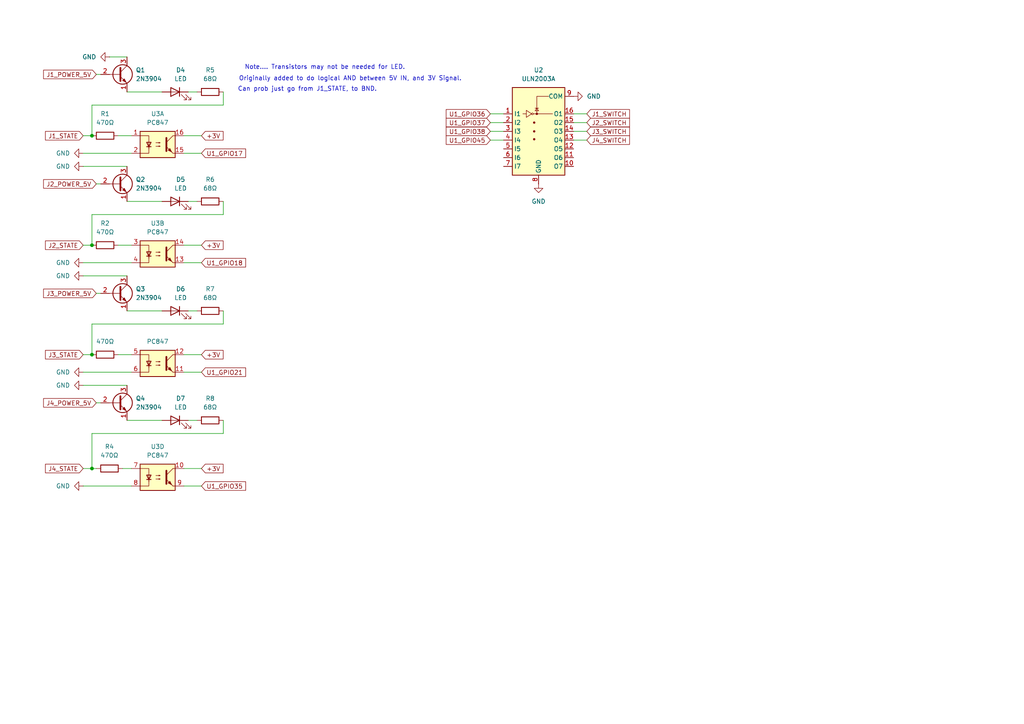
<source format=kicad_sch>
(kicad_sch (version 20250114) (generator "eeschema") (generator_version "9.0")
  (paper "A4")
  (lib_symbols
    (symbol "Device:LED" (pin_numbers (hide yes)) (pin_names (offset 1.016) (hide yes))
      (property "Reference" "D" (at 0 2.54 0))
      (property "Value" "LED" (at 0 -2.54 0))
      (symbol "LED_0_1"
        (polyline (pts (xy -3.048 -0.762) (xy -4.572 -2.286) (xy -3.81 -2.286) (xy -4.572 -2.286) (xy -4.572 -1.524)))
        (polyline (pts (xy -1.778 -0.762) (xy -3.302 -2.286) (xy -2.54 -2.286) (xy -3.302 -2.286) (xy -3.302 -1.524)))
        (polyline (pts (xy -1.27 0) (xy 1.27 0)))
        (polyline (pts (xy -1.27 -1.27) (xy -1.27 1.27)) (stroke (width 0.254)))
        (polyline (pts (xy 1.27 -1.27) (xy 1.27 1.27) (xy -1.27 0) (xy 1.27 -1.27)) (stroke (width 0.254)))
      )
      (symbol "LED_1_1"
        (pin passive line (at -3.81 0 0) (length 2.54) (name "K") (number "1"))
        (pin passive line (at 3.81 0 180) (length 2.54) (name "A") (number "2"))
      )
    )
    (symbol "Device:R" (pin_numbers (hide yes)) (pin_names (offset 0))
      (property "Reference" "R" (at 2.032 0 90))
      (property "Value" "R" (at 0 0 90))
      (symbol "R_0_1"
        (rectangle (start -1.016 -2.54) (end 1.016 2.54) (stroke (width 0.254)))
      )
      (symbol "R_1_1"
        (pin passive line (at 0 3.81 270) (length 1.27) (name "~") (number "1"))
        (pin passive line (at 0 -3.81 90) (length 1.27) (name "~") (number "2"))
      )
    )
    (symbol "Isolator:PC847" (pin_names (offset 1.016))
      (property "Reference" "U" (at -5.08 5.08 0))
      (property "Value" "PC847" (at 0 5.08 0))
      (symbol "PC847_0_1"
        (rectangle (start -5.08 3.81) (end 5.08 -3.81) (stroke (width 0.254)) (fill (type background)))
        (polyline (pts (xy -5.08 2.54) (xy -2.54 2.54) (xy -2.54 -1.27) (xy -2.54 0.635)))
        (polyline (pts (xy -3.175 -0.635) (xy -1.905 -0.635)) (stroke (width 0.254)))
        (polyline (pts (xy -2.54 -0.635) (xy -2.54 -2.54) (xy -5.08 -2.54)))
        (polyline (pts (xy -2.54 -0.635) (xy -3.175 0.635) (xy -1.905 0.635) (xy -2.54 -0.635)) (stroke (width 0.254)))
        (polyline (pts (xy -0.508 0.508) (xy 0.762 0.508) (xy 0.381 0.381) (xy 0.381 0.635) (xy 0.762 0.508)))
        (polyline (pts (xy -0.508 -0.508) (xy 0.762 -0.508) (xy 0.381 -0.635) (xy 0.381 -0.381) (xy 0.762 -0.508)))
        (polyline (pts (xy 2.54 1.905) (xy 2.54 -1.905) (xy 2.54 -1.905)) (stroke (width 0.508)))
        (polyline (pts (xy 2.54 0.635) (xy 4.445 2.54)))
        (polyline (pts (xy 3.048 -1.651) (xy 3.556 -1.143) (xy 4.064 -2.159) (xy 3.048 -1.651) (xy 3.048 -1.651)) (fill (type outline)))
        (polyline (pts (xy 4.445 2.54) (xy 5.08 2.54)))
        (polyline (pts (xy 4.445 -2.54) (xy 2.54 -0.635)) (fill (type outline)))
        (polyline (pts (xy 4.445 -2.54) (xy 5.08 -2.54)))
      )
      (symbol "PC847_1_1"
        (pin passive line (at -7.62 2.54 0) (length 2.54) (name "~") (number "1"))
        (pin passive line (at -7.62 -2.54 0) (length 2.54) (name "~") (number "2"))
        (pin passive line (at 7.62 2.54 180) (length 2.54) (name "~") (number "16"))
        (pin passive line (at 7.62 -2.54 180) (length 2.54) (name "~") (number "15"))
      )
      (symbol "PC847_2_1"
        (pin passive line (at -7.62 2.54 0) (length 2.54) (name "~") (number "3"))
        (pin passive line (at -7.62 -2.54 0) (length 2.54) (name "~") (number "4"))
        (pin passive line (at 7.62 2.54 180) (length 2.54) (name "~") (number "14"))
        (pin passive line (at 7.62 -2.54 180) (length 2.54) (name "~") (number "13"))
      )
      (symbol "PC847_3_1"
        (pin passive line (at -7.62 2.54 0) (length 2.54) (name "~") (number "5"))
        (pin passive line (at -7.62 -2.54 0) (length 2.54) (name "~") (number "6"))
        (pin passive line (at 7.62 2.54 180) (length 2.54) (name "~") (number "12"))
        (pin passive line (at 7.62 -2.54 180) (length 2.54) (name "~") (number "11"))
      )
      (symbol "PC847_4_1"
        (pin passive line (at -7.62 2.54 0) (length 2.54) (name "~") (number "7"))
        (pin passive line (at -7.62 -2.54 0) (length 2.54) (name "~") (number "8"))
        (pin passive line (at 7.62 2.54 180) (length 2.54) (name "~") (number "10"))
        (pin passive line (at 7.62 -2.54 180) (length 2.54) (name "~") (number "9"))
      )
    )
    (symbol "Transistor_Array:ULN2003A"
      (property "Reference" "U" (at 0 15.875 0))
      (property "Value" "ULN2003A" (at 0 13.97 0))
      (symbol "ULN2003A_0_1"
        (rectangle (start -7.62 -12.7) (end 7.62 12.7) (stroke (width 0.254)) (fill (type background)))
        (polyline (pts (xy -4.572 5.08) (xy -3.556 5.08)))
        (polyline (pts (xy -3.556 6.096) (xy -3.556 4.064) (xy -2.032 5.08) (xy -3.556 6.096)))
        (circle (center -1.778 5.08) (radius 0.254))
        (polyline (pts (xy -1.524 5.08) (xy 4.064 5.08)))
        (circle (center -1.27 2.54) (radius 0.254) (fill (type outline)))
        (circle (center -1.27 0) (radius 0.254) (fill (type outline)))
        (circle (center -1.27 -2.286) (radius 0.254) (fill (type outline)))
        (circle (center -0.508 5.08) (radius 0.254) (fill (type outline)))
        (polyline (pts (xy -0.508 5.08) (xy -0.508 10.16) (xy 2.921 10.16)))
        (polyline (pts (xy 0 6.731) (xy -1.016 6.731)))
        (polyline (pts (xy 0 5.969) (xy -1.016 5.969) (xy -0.508 6.731) (xy 0 5.969)))
      )
      (symbol "ULN2003A_1_1"
        (pin input line (at -10.16 5.08 0) (length 2.54) (name "I1") (number "1"))
        (pin input line (at -10.16 2.54 0) (length 2.54) (name "I2") (number "2"))
        (pin input line (at -10.16 0 0) (length 2.54) (name "I3") (number "3"))
        (pin input line (at -10.16 -2.54 0) (length 2.54) (name "I4") (number "4"))
        (pin input line (at -10.16 -5.08 0) (length 2.54) (name "I5") (number "5"))
        (pin input line (at -10.16 -7.62 0) (length 2.54) (name "I6") (number "6"))
        (pin input line (at -10.16 -10.16 0) (length 2.54) (name "I7") (number "7"))
        (pin power_in line (at 0 -15.24 90) (length 2.54) (name "GND") (number "8"))
        (pin passive line (at 10.16 10.16 180) (length 2.54) (name "COM") (number "9"))
        (pin open_collector line (at 10.16 5.08 180) (length 2.54) (name "O1") (number "16"))
        (pin open_collector line (at 10.16 2.54 180) (length 2.54) (name "O2") (number "15"))
        (pin open_collector line (at 10.16 0 180) (length 2.54) (name "O3") (number "14"))
        (pin open_collector line (at 10.16 -2.54 180) (length 2.54) (name "O4") (number "13"))
        (pin open_collector line (at 10.16 -5.08 180) (length 2.54) (name "O5") (number "12"))
        (pin open_collector line (at 10.16 -7.62 180) (length 2.54) (name "O6") (number "11"))
        (pin open_collector line (at 10.16 -10.16 180) (length 2.54) (name "O7") (number "10"))
      )
    )
    (symbol "Transistor_BJT:2N3904" (pin_names (offset 0) (hide yes))
      (property "Reference" "Q" (at 5.08 1.905 0))
      (property "Value" "2N3904" (at 5.08 0 0))
      (symbol "2N3904_0_1"
        (polyline (pts (xy -2.54 0) (xy 0.635 0)))
        (polyline (pts (xy 0.635 1.905) (xy 0.635 -1.905)) (stroke (width 0.508)))
        (circle (center 1.27 0) (radius 2.8194) (stroke (width 0.254)))
      )
      (symbol "2N3904_1_1"
        (polyline (pts (xy 0.635 0.635) (xy 2.54 2.54)))
        (polyline (pts (xy 0.635 -0.635) (xy 2.54 -2.54)))
        (polyline (pts (xy 1.27 -1.778) (xy 1.778 -1.27) (xy 2.286 -2.286) (xy 1.27 -1.778)) (fill (type outline)))
        (pin input line (at -5.08 0 0) (length 2.54) (name "B") (number "2"))
        (pin passive line (at 2.54 5.08 270) (length 2.54) (name "C") (number "3"))
        (pin passive line (at 2.54 -5.08 90) (length 2.54) (name "E") (number "1"))
      )
    )
    (symbol "power:GND" (power) (pin_numbers (hide yes)) (pin_names (offset 0) (hide yes))
      (property "Value" "GND" (at 0 -3.81 0))
      (symbol "GND_0_1"
        (polyline (pts (xy 0 0) (xy 0 -1.27) (xy 1.27 -1.27) (xy 0 -2.54) (xy -1.27 -1.27) (xy 0 -1.27)))
      )
      (symbol "GND_1_1"
        (pin power_in line (at 0 0 270) (length 0) (name "~") (number "1"))
      )
    )
  )
  (text "Note.... Transistors may not be needed for LED." (at 94.234 19.558 0) (effects (font (size 1.27 1.27))))
  (text "Can prob just go from J1_STATE, to BND." (at 89.154 25.908 0) (effects (font (size 1.27 1.27))))
  (text "Originally added to do logical AND between 5V IN, and 3V Signal." (at 101.6 22.86 0) (effects (font (size 1.27 1.27))))
  (junction (at 26.67 71.12))
  (junction (at 26.67 39.37))
  (junction (at 26.67 135.89))
  (junction (at 26.67 102.87))
  (wire (pts (xy 27.94 21.59) (xy 29.21 21.59)))
  (wire (pts (xy 24.13 111.76) (xy 36.83 111.76)))
  (wire (pts (xy 64.77 90.17) (xy 64.77 93.98)))
  (wire (pts (xy 27.94 53.34) (xy 29.21 53.34)))
  (wire (pts (xy 24.13 39.37) (xy 26.67 39.37)))
  (wire (pts (xy 24.13 135.89) (xy 26.67 135.89)))
  (wire (pts (xy 24.13 107.95) (xy 38.1 107.95)))
  (wire (pts (xy 24.13 71.12) (xy 26.67 71.12)))
  (wire (pts (xy 64.77 30.48) (xy 26.67 30.48)))
  (wire (pts (xy 26.67 93.98) (xy 26.67 102.87)))
  (wire (pts (xy 54.61 58.42) (xy 57.15 58.42)))
  (wire (pts (xy 36.83 58.42) (xy 46.99 58.42)))
  (wire (pts (xy 34.29 102.87) (xy 38.1 102.87)))
  (wire (pts (xy 26.67 125.73) (xy 26.67 135.89)))
  (wire (pts (xy 53.34 102.87) (xy 58.42 102.87)))
  (wire (pts (xy 24.13 76.2) (xy 38.1 76.2)))
  (wire (pts (xy 142.24 40.64) (xy 146.05 40.64)))
  (wire (pts (xy 24.13 80.01) (xy 36.83 80.01)))
  (wire (pts (xy 53.34 71.12) (xy 58.42 71.12)))
  (wire (pts (xy 53.34 76.2) (xy 58.42 76.2)))
  (wire (pts (xy 64.77 121.92) (xy 64.77 125.73)))
  (wire (pts (xy 31.75 16.51) (xy 36.83 16.51)))
  (wire (pts (xy 54.61 26.67) (xy 57.15 26.67)))
  (wire (pts (xy 53.34 140.97) (xy 58.42 140.97)))
  (wire (pts (xy 36.83 90.17) (xy 46.99 90.17)))
  (wire (pts (xy 142.24 35.56) (xy 146.05 35.56)))
  (wire (pts (xy 64.77 58.42) (xy 64.77 62.23)))
  (wire (pts (xy 166.37 40.64) (xy 170.18 40.64)))
  (wire (pts (xy 27.94 116.84) (xy 29.21 116.84)))
  (wire (pts (xy 64.77 26.67) (xy 64.77 30.48)))
  (wire (pts (xy 27.94 85.09) (xy 29.21 85.09)))
  (wire (pts (xy 53.34 135.89) (xy 58.42 135.89)))
  (wire (pts (xy 64.77 125.73) (xy 26.67 125.73)))
  (wire (pts (xy 36.83 121.92) (xy 46.99 121.92)))
  (wire (pts (xy 24.13 48.26) (xy 36.83 48.26)))
  (wire (pts (xy 35.56 135.89) (xy 38.1 135.89)))
  (wire (pts (xy 34.29 71.12) (xy 38.1 71.12)))
  (wire (pts (xy 142.24 38.1) (xy 146.05 38.1)))
  (wire (pts (xy 24.13 44.45) (xy 38.1 44.45)))
  (wire (pts (xy 166.37 33.02) (xy 170.18 33.02)))
  (wire (pts (xy 53.34 44.45) (xy 58.42 44.45)))
  (wire (pts (xy 54.61 121.92) (xy 57.15 121.92)))
  (wire (pts (xy 64.77 93.98) (xy 26.67 93.98)))
  (wire (pts (xy 53.34 39.37) (xy 58.42 39.37)))
  (wire (pts (xy 166.37 38.1) (xy 170.18 38.1)))
  (wire (pts (xy 24.13 140.97) (xy 38.1 140.97)))
  (wire (pts (xy 54.61 90.17) (xy 57.15 90.17)))
  (wire (pts (xy 24.13 102.87) (xy 26.67 102.87)))
  (wire (pts (xy 36.83 26.67) (xy 46.99 26.67)))
  (wire (pts (xy 64.77 62.23) (xy 26.67 62.23)))
  (wire (pts (xy 26.67 30.48) (xy 26.67 39.37)))
  (wire (pts (xy 142.24 33.02) (xy 146.05 33.02)))
  (wire (pts (xy 53.34 107.95) (xy 58.42 107.95)))
  (wire (pts (xy 26.67 62.23) (xy 26.67 71.12)))
  (wire (pts (xy 34.29 39.37) (xy 38.1 39.37)))
  (wire (pts (xy 166.37 35.56) (xy 170.18 35.56)))
  (wire (pts (xy 26.67 135.89) (xy 27.94 135.89)))
  (global_label "J2_SWITCH" (shape input) (at 170.18 35.56 0) (property "Intersheetrefs" "${INTERSHEET_REFS}" (effects (hide yes))))
  (global_label "U1_GPIO21" (shape input) (at 58.42 107.95 0) (property "Intersheetrefs" "${INTERSHEET_REFS}" (effects (hide yes))))
  (global_label "J3_STATE" (shape input) (at 24.13 102.87 180) (property "Intersheetrefs" "${INTERSHEET_REFS}" (effects (hide yes))))
  (global_label "+3V" (shape input) (at 58.42 102.87 0) (property "Intersheetrefs" "${INTERSHEET_REFS}" (effects (hide yes))))
  (global_label "J4_STATE" (shape input) (at 24.13 135.89 180) (property "Intersheetrefs" "${INTERSHEET_REFS}" (effects (hide yes))))
  (global_label "J1_STATE" (shape input) (at 24.13 39.37 180) (property "Intersheetrefs" "${INTERSHEET_REFS}" (effects (hide yes))))
  (global_label "J3_POWER_5V" (shape input) (at 27.94 85.09 180) (property "Intersheetrefs" "${INTERSHEET_REFS}" (effects (hide yes))))
  (global_label "J1_SWITCH" (shape input) (at 170.18 33.02 0) (property "Intersheetrefs" "${INTERSHEET_REFS}" (effects (hide yes))))
  (global_label "+3V" (shape input) (at 58.42 135.89 0) (property "Intersheetrefs" "${INTERSHEET_REFS}" (effects (hide yes))))
  (global_label "U1_GPIO45" (shape input) (at 142.24 40.64 180) (property "Intersheetrefs" "${INTERSHEET_REFS}" (effects (hide yes))))
  (global_label "J2_POWER_5V" (shape input) (at 27.94 53.34 180) (property "Intersheetrefs" "${INTERSHEET_REFS}" (effects (hide yes))))
  (global_label "+3V" (shape input) (at 58.42 39.37 0) (property "Intersheetrefs" "${INTERSHEET_REFS}" (effects (hide yes))))
  (global_label "U1_GPIO37" (shape input) (at 142.24 35.56 180) (property "Intersheetrefs" "${INTERSHEET_REFS}" (effects (hide yes))))
  (global_label "U1_GPIO38" (shape input) (at 142.24 38.1 180) (property "Intersheetrefs" "${INTERSHEET_REFS}" (effects (hide yes))))
  (global_label "J1_POWER_5V" (shape input) (at 27.94 21.59 180) (property "Intersheetrefs" "${INTERSHEET_REFS}" (effects (hide yes))))
  (global_label "+3V" (shape input) (at 58.42 71.12 0) (property "Intersheetrefs" "${INTERSHEET_REFS}" (effects (hide yes))))
  (global_label "U1_GPIO35" (shape input) (at 58.42 140.97 0) (property "Intersheetrefs" "${INTERSHEET_REFS}" (effects (hide yes))))
  (global_label "J4_POWER_5V" (shape input) (at 27.94 116.84 180) (property "Intersheetrefs" "${INTERSHEET_REFS}" (effects (hide yes))))
  (global_label "J4_SWITCH" (shape input) (at 170.18 40.64 0) (property "Intersheetrefs" "${INTERSHEET_REFS}" (effects (hide yes))))
  (global_label "J2_STATE" (shape input) (at 24.13 71.12 180) (property "Intersheetrefs" "${INTERSHEET_REFS}" (effects (hide yes))))
  (global_label "J3_SWITCH" (shape input) (at 170.18 38.1 0) (property "Intersheetrefs" "${INTERSHEET_REFS}" (effects (hide yes))))
  (global_label "U1_GPIO36" (shape input) (at 142.24 33.02 180) (property "Intersheetrefs" "${INTERSHEET_REFS}" (effects (hide yes))))
  (global_label "U1_GPIO18" (shape input) (at 58.42 76.2 0) (property "Intersheetrefs" "${INTERSHEET_REFS}" (effects (hide yes))))
  (global_label "U1_GPIO17" (shape input) (at 58.42 44.45 0) (property "Intersheetrefs" "${INTERSHEET_REFS}" (effects (hide yes))))
  (symbol (lib_id "Device:R") (at 30.48 102.87 90) (unit 1)
    (property "Reference" "R3" (effects (hide yes)))
    (property "Value" "470Ω" (at 30.48 99.06 90))
    (property "Footprint" "Resistor_SMD:R_1206_3216Metric" (effects (hide yes)))
    (property "Description" "Resistor" (effects (hide yes)))
  )
  (symbol (lib_id "power:GND") (at 24.13 48.26 270) (unit 1)
    (property "Reference" "#PWR013" (effects (hide yes)))
    (property "Value" "GND" (at 20.32 48.2599 90) (effects (justify right)))
    (property "Description" "Power symbol creates a global label with name \"GND\" , ground" (effects (hide yes)))
  )
  (symbol (lib_id "Device:R") (at 30.48 71.12 90) (unit 1)
    (property "Reference" "R2" (at 30.48 64.77 90))
    (property "Value" "470Ω" (at 30.48 67.31 90))
    (property "Footprint" "Resistor_SMD:R_1206_3216Metric" (effects (hide yes)))
    (property "Description" "Resistor" (effects (hide yes)))
  )
  (symbol (lib_id "Transistor_Array:ULN2003A") (at 156.21 38.1 0) (unit 1)
    (property "Reference" "U2" (at 156.21 20.32 0))
    (property "Value" "ULN2003A" (at 156.21 22.86 0))
    (property "Footprint" "Package_SO:SOP-16_3.9x9.9mm_P1.27mm" (effects (hide yes)))
    (property "Datasheet" "http://www.ti.com/lit/ds/symlink/uln2003a.pdf" (effects (hide yes)))
    (property "Description" "High Voltage, High Current Darlington Transistor Arrays, SOIC16/SOIC16W/DIP16/TSSOP16" (effects (hide yes)))
  )
  (symbol (lib_id "power:GND") (at 24.13 140.97 270) (unit 1)
    (property "Reference" "#PWR010" (effects (hide yes)))
    (property "Value" "GND" (at 20.32 140.9699 90) (effects (justify right)))
    (property "Description" "Power symbol creates a global label with name \"GND\" , ground" (effects (hide yes)))
  )
  (symbol (lib_id "power:GND") (at 24.13 80.01 270) (unit 1)
    (property "Reference" "#PWR014" (effects (hide yes)))
    (property "Value" "GND" (at 20.32 80.0099 90) (effects (justify right)))
    (property "Description" "Power symbol creates a global label with name \"GND\" , ground" (effects (hide yes)))
  )
  (symbol (lib_id "Device:LED") (at 50.8 58.42 0) (mirror y) (unit 1)
    (property "Reference" "D5" (at 52.3875 52.07 0))
    (property "Value" "LED" (at 52.3875 54.61 0))
    (property "Footprint" "LED_SMD:LED_1206_3216Metric" (effects (hide yes)))
    (property "Description" "Light emitting diode" (effects (hide yes)))
    (property "Sim.Pins" "1=K 2=A" (effects (hide yes)))
  )
  (symbol (lib_id "Transistor_BJT:2N3904") (at 34.29 53.34 0) (unit 1)
    (property "Reference" "Q2" (at 39.37 52.0699 0) (effects (justify left)))
    (property "Value" "2N3904" (at 39.37 54.6099 0) (effects (justify left)))
    (property "Footprint" "Package_TO_SOT_THT:TO-92_Inline" (effects (hide yes)))
    (property "Datasheet" "https://www.onsemi.com/pub/Collateral/2N3903-D.PDF" (effects (hide yes)))
    (property "Description" "0.2A Ic, 40V Vce, Small Signal NPN Transistor, TO-92" (effects (hide yes)))
  )
  (symbol (lib_id "power:GND") (at 24.13 44.45 270) (unit 1)
    (property "Reference" "#PWR06" (effects (hide yes)))
    (property "Value" "GND" (at 20.32 44.4499 90) (effects (justify right)))
    (property "Description" "Power symbol creates a global label with name \"GND\" , ground" (effects (hide yes)))
  )
  (symbol (lib_id "power:GND") (at 24.13 76.2 270) (unit 1)
    (property "Reference" "#PWR07" (effects (hide yes)))
    (property "Value" "GND" (at 20.32 76.1999 90) (effects (justify right)))
    (property "Description" "Power symbol creates a global label with name \"GND\" , ground" (effects (hide yes)))
  )
  (symbol (lib_id "Isolator:PC847") (at 45.72 73.66 0) (unit 2)
    (property "Reference" "U3" (at 45.72 64.77 0))
    (property "Value" "PC847" (at 45.72 67.31 0))
    (property "Footprint" "Package_DIP:DIP-16_W7.62mm" (effects (hide yes)))
    (property "Datasheet" "http://www.soselectronic.cz/a_info/resource/d/pc817.pdf" (effects (hide yes)))
    (property "Description" "DC Quad Optocoupler, Vce 35V, CTR 50-300%, DIP16" (effects (hide yes)))
  )
  (symbol (lib_id "power:GND") (at 24.13 107.95 270) (unit 1)
    (property "Reference" "#PWR08" (effects (hide yes)))
    (property "Value" "GND" (at 20.32 107.9499 90) (effects (justify right)))
    (property "Description" "Power symbol creates a global label with name \"GND\" , ground" (effects (hide yes)))
  )
  (symbol (lib_id "Device:R") (at 60.96 90.17 90) (unit 1)
    (property "Reference" "R7" (at 60.96 83.82 90))
    (property "Value" "68Ω" (at 60.96 86.36 90))
    (property "Footprint" "Resistor_SMD:R_1206_3216Metric" (effects (hide yes)))
    (property "Description" "Resistor" (effects (hide yes)))
  )
  (symbol (lib_id "power:GND") (at 31.75 16.51 270) (unit 1)
    (property "Reference" "#PWR012" (effects (hide yes)))
    (property "Value" "GND" (at 27.94 16.5099 90) (effects (justify right)))
    (property "Description" "Power symbol creates a global label with name \"GND\" , ground" (effects (hide yes)))
  )
  (symbol (lib_id "power:GND") (at 24.13 111.76 270) (unit 1)
    (property "Reference" "#PWR015" (effects (hide yes)))
    (property "Value" "GND" (at 20.32 111.7599 90) (effects (justify right)))
    (property "Description" "Power symbol creates a global label with name \"GND\" , ground" (effects (hide yes)))
  )
  (symbol (lib_id "Transistor_BJT:2N3904") (at 34.29 116.84 0) (unit 1)
    (property "Reference" "Q4" (at 39.37 115.5699 0) (effects (justify left)))
    (property "Value" "2N3904" (at 39.37 118.1099 0) (effects (justify left)))
    (property "Footprint" "Package_TO_SOT_THT:TO-92_Inline" (effects (hide yes)))
    (property "Datasheet" "https://www.onsemi.com/pub/Collateral/2N3903-D.PDF" (effects (hide yes)))
    (property "Description" "0.2A Ic, 40V Vce, Small Signal NPN Transistor, TO-92" (effects (hide yes)))
  )
  (symbol (lib_id "Isolator:PC847") (at 45.72 138.43 0) (unit 4)
    (property "Reference" "U3" (at 45.72 129.54 0))
    (property "Value" "PC847" (at 45.72 132.08 0))
    (property "Footprint" "Package_DIP:DIP-16_W7.62mm" (effects (hide yes)))
    (property "Datasheet" "http://www.soselectronic.cz/a_info/resource/d/pc817.pdf" (effects (hide yes)))
    (property "Description" "DC Quad Optocoupler, Vce 35V, CTR 50-300%, DIP16" (effects (hide yes)))
  )
  (symbol (lib_id "Device:LED") (at 50.8 90.17 0) (mirror y) (unit 1)
    (property "Reference" "D6" (at 52.3875 83.82 0))
    (property "Value" "LED" (at 52.3875 86.36 0))
    (property "Footprint" "LED_SMD:LED_1206_3216Metric" (effects (hide yes)))
    (property "Description" "Light emitting diode" (effects (hide yes)))
    (property "Sim.Pins" "1=K 2=A" (effects (hide yes)))
  )
  (symbol (lib_id "Device:LED") (at 50.8 26.67 0) (mirror y) (unit 1)
    (property "Reference" "D4" (at 52.3875 20.32 0))
    (property "Value" "LED" (at 52.3875 22.86 0))
    (property "Footprint" "LED_SMD:LED_1206_3216Metric" (effects (hide yes)))
    (property "Description" "Light emitting diode" (effects (hide yes)))
    (property "Sim.Pins" "1=K 2=A" (effects (hide yes)))
  )
  (symbol (lib_id "Transistor_BJT:2N3904") (at 34.29 85.09 0) (unit 1)
    (property "Reference" "Q3" (at 39.37 83.8199 0) (effects (justify left)))
    (property "Value" "2N3904" (at 39.37 86.3599 0) (effects (justify left)))
    (property "Footprint" "Package_TO_SOT_THT:TO-92_Inline" (effects (hide yes)))
    (property "Datasheet" "https://www.onsemi.com/pub/Collateral/2N3903-D.PDF" (effects (hide yes)))
    (property "Description" "0.2A Ic, 40V Vce, Small Signal NPN Transistor, TO-92" (effects (hide yes)))
  )
  (symbol (lib_id "power:GND") (at 166.37 27.94 90) (unit 1)
    (property "Reference" "#PWR011" (effects (hide yes)))
    (property "Value" "GND" (at 170.18 27.9399 90) (effects (justify right)))
    (property "Description" "Power symbol creates a global label with name \"GND\" , ground" (effects (hide yes)))
  )
  (symbol (lib_id "Device:R") (at 60.96 121.92 90) (unit 1)
    (property "Reference" "R8" (at 60.96 115.57 90))
    (property "Value" "68Ω" (at 60.96 118.11 90))
    (property "Footprint" "Resistor_SMD:R_1206_3216Metric" (effects (hide yes)))
    (property "Description" "Resistor" (effects (hide yes)))
  )
  (symbol (lib_id "Device:R") (at 30.48 39.37 90) (unit 1)
    (property "Reference" "R1" (at 30.48 33.02 90))
    (property "Value" "470Ω" (at 30.48 35.56 90))
    (property "Footprint" "Resistor_SMD:R_1206_3216Metric" (effects (hide yes)))
    (property "Description" "Resistor" (effects (hide yes)))
  )
  (symbol (lib_id "Isolator:PC847") (at 45.72 105.41 0) (unit 3)
    (property "Reference" "U3" (effects (hide yes)))
    (property "Value" "PC847" (at 45.72 99.06 0))
    (property "Footprint" "Package_DIP:DIP-16_W7.62mm" (effects (hide yes)))
    (property "Datasheet" "http://www.soselectronic.cz/a_info/resource/d/pc817.pdf" (effects (hide yes)))
    (property "Description" "DC Quad Optocoupler, Vce 35V, CTR 50-300%, DIP16" (effects (hide yes)))
  )
  (symbol (lib_id "Isolator:PC847") (at 45.72 41.91 0) (unit 1)
    (property "Reference" "U3" (at 45.72 33.02 0))
    (property "Value" "PC847" (at 45.72 35.56 0))
    (property "Footprint" "Package_DIP:DIP-16_W7.62mm" (effects (hide yes)))
    (property "Datasheet" "http://www.soselectronic.cz/a_info/resource/d/pc817.pdf" (effects (hide yes)))
    (property "Description" "DC Quad Optocoupler, Vce 35V, CTR 50-300%, DIP16" (effects (hide yes)))
  )
  (symbol (lib_id "Transistor_BJT:2N3904") (at 34.29 21.59 0) (unit 1)
    (property "Reference" "Q1" (at 39.37 20.3199 0) (effects (justify left)))
    (property "Value" "2N3904" (at 39.37 22.8599 0) (effects (justify left)))
    (property "Footprint" "Package_TO_SOT_THT:TO-92_Inline" (effects (hide yes)))
    (property "Datasheet" "https://www.onsemi.com/pub/Collateral/2N3903-D.PDF" (effects (hide yes)))
    (property "Description" "0.2A Ic, 40V Vce, Small Signal NPN Transistor, TO-92" (effects (hide yes)))
  )
  (symbol (lib_id "Device:R") (at 60.96 26.67 90) (unit 1)
    (property "Reference" "R5" (at 60.96 20.32 90))
    (property "Value" "68Ω" (at 60.96 22.86 90))
    (property "Footprint" "Resistor_SMD:R_1206_3216Metric" (effects (hide yes)))
    (property "Description" "Resistor" (effects (hide yes)))
  )
  (symbol (lib_id "Device:LED") (at 50.8 121.92 0) (mirror y) (unit 1)
    (property "Reference" "D7" (at 52.3875 115.57 0))
    (property "Value" "LED" (at 52.3875 118.11 0))
    (property "Footprint" "LED_SMD:LED_1206_3216Metric" (effects (hide yes)))
    (property "Description" "Light emitting diode" (effects (hide yes)))
    (property "Sim.Pins" "1=K 2=A" (effects (hide yes)))
  )
  (symbol (lib_id "Device:R") (at 60.96 58.42 90) (unit 1)
    (property "Reference" "R6" (at 60.96 52.07 90))
    (property "Value" "68Ω" (at 60.96 54.61 90))
    (property "Footprint" "Resistor_SMD:R_1206_3216Metric" (effects (hide yes)))
    (property "Description" "Resistor" (effects (hide yes)))
  )
  (symbol (lib_id "power:GND") (at 156.21 53.34 0) (unit 1)
    (property "Reference" "#PWR05" (effects (hide yes)))
    (property "Value" "GND" (at 156.21 58.42 0))
    (property "Description" "Power symbol creates a global label with name \"GND\" , ground" (effects (hide yes)))
  )
  (symbol (lib_id "Device:R") (at 31.75 135.89 90) (unit 1)
    (property "Reference" "R4" (at 31.75 129.54 90))
    (property "Value" "470Ω" (at 31.75 132.08 90))
    (property "Footprint" "Resistor_SMD:R_1206_3216Metric" (effects (hide yes)))
    (property "Description" "Resistor" (effects (hide yes)))
  )
)
</source>
